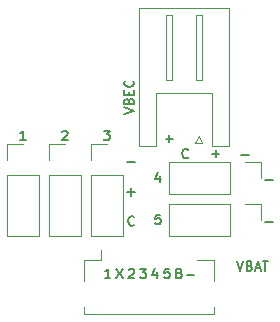
<source format=gbr>
%TF.GenerationSoftware,KiCad,Pcbnew,(5.1.9)-1*%
%TF.CreationDate,2021-08-13T14:48:15+01:00*%
%TF.ProjectId,5-servos,352d7365-7276-46f7-932e-6b696361645f,rev?*%
%TF.SameCoordinates,Original*%
%TF.FileFunction,Legend,Top*%
%TF.FilePolarity,Positive*%
%FSLAX46Y46*%
G04 Gerber Fmt 4.6, Leading zero omitted, Abs format (unit mm)*
G04 Created by KiCad (PCBNEW (5.1.9)-1) date 2021-08-13 14:48:15*
%MOMM*%
%LPD*%
G01*
G04 APERTURE LIST*
%ADD10C,0.153000*%
%ADD11C,0.120000*%
G04 APERTURE END LIST*
D10*
X168344904Y-146716571D02*
X169144904Y-146449904D01*
X168344904Y-146183238D01*
X168725857Y-145649904D02*
X168763952Y-145535619D01*
X168802047Y-145497523D01*
X168878238Y-145459428D01*
X168992523Y-145459428D01*
X169068714Y-145497523D01*
X169106809Y-145535619D01*
X169144904Y-145611809D01*
X169144904Y-145916571D01*
X168344904Y-145916571D01*
X168344904Y-145649904D01*
X168383000Y-145573714D01*
X168421095Y-145535619D01*
X168497285Y-145497523D01*
X168573476Y-145497523D01*
X168649666Y-145535619D01*
X168687761Y-145573714D01*
X168725857Y-145649904D01*
X168725857Y-145916571D01*
X168725857Y-145116571D02*
X168725857Y-144849904D01*
X169144904Y-144735619D02*
X169144904Y-145116571D01*
X168344904Y-145116571D01*
X168344904Y-144735619D01*
X169068714Y-143935619D02*
X169106809Y-143973714D01*
X169144904Y-144088000D01*
X169144904Y-144164190D01*
X169106809Y-144278476D01*
X169030619Y-144354666D01*
X168954428Y-144392761D01*
X168802047Y-144430857D01*
X168687761Y-144430857D01*
X168535380Y-144392761D01*
X168459190Y-144354666D01*
X168383000Y-144278476D01*
X168344904Y-144164190D01*
X168344904Y-144088000D01*
X168383000Y-143973714D01*
X168421095Y-143935619D01*
X177882714Y-159200904D02*
X178149380Y-160000904D01*
X178416047Y-159200904D01*
X178949380Y-159581857D02*
X179063666Y-159619952D01*
X179101761Y-159658047D01*
X179139857Y-159734238D01*
X179139857Y-159848523D01*
X179101761Y-159924714D01*
X179063666Y-159962809D01*
X178987476Y-160000904D01*
X178682714Y-160000904D01*
X178682714Y-159200904D01*
X178949380Y-159200904D01*
X179025571Y-159239000D01*
X179063666Y-159277095D01*
X179101761Y-159353285D01*
X179101761Y-159429476D01*
X179063666Y-159505666D01*
X179025571Y-159543761D01*
X178949380Y-159581857D01*
X178682714Y-159581857D01*
X179444619Y-159772333D02*
X179825571Y-159772333D01*
X179368428Y-160000904D02*
X179635095Y-159200904D01*
X179901761Y-160000904D01*
X180054142Y-159200904D02*
X180511285Y-159200904D01*
X180282714Y-160000904D02*
X180282714Y-159200904D01*
X173659838Y-160331142D02*
X174269361Y-160331142D01*
X173016626Y-160216857D02*
X173130912Y-160254952D01*
X173169007Y-160293047D01*
X173207103Y-160369238D01*
X173207103Y-160483523D01*
X173169007Y-160559714D01*
X173130912Y-160597809D01*
X173054722Y-160635904D01*
X172749960Y-160635904D01*
X172749960Y-159835904D01*
X173016626Y-159835904D01*
X173092817Y-159874000D01*
X173130912Y-159912095D01*
X173169007Y-159988285D01*
X173169007Y-160064476D01*
X173130912Y-160140666D01*
X173092817Y-160178761D01*
X173016626Y-160216857D01*
X172749960Y-160216857D01*
X167667247Y-159835904D02*
X168200580Y-160635904D01*
X168200580Y-159835904D02*
X167667247Y-160635904D01*
X172144846Y-159835904D02*
X171763893Y-159835904D01*
X171725798Y-160216857D01*
X171763893Y-160178761D01*
X171840084Y-160140666D01*
X172030560Y-160140666D01*
X172106750Y-160178761D01*
X172144846Y-160216857D01*
X172182941Y-160293047D01*
X172182941Y-160483523D01*
X172144846Y-160559714D01*
X172106750Y-160597809D01*
X172030560Y-160635904D01*
X171840084Y-160635904D01*
X171763893Y-160597809D01*
X171725798Y-160559714D01*
X171101636Y-160102571D02*
X171101636Y-160635904D01*
X170911160Y-159797809D02*
X170720684Y-160369238D01*
X171215922Y-160369238D01*
X168710456Y-159912095D02*
X168748551Y-159874000D01*
X168824742Y-159835904D01*
X169015218Y-159835904D01*
X169091408Y-159874000D01*
X169129504Y-159912095D01*
X169167599Y-159988285D01*
X169167599Y-160064476D01*
X169129504Y-160178761D01*
X168672361Y-160635904D01*
X169167599Y-160635904D01*
X167157371Y-160635904D02*
X166700228Y-160635904D01*
X166928800Y-160635904D02*
X166928800Y-159835904D01*
X166852609Y-159950190D01*
X166776419Y-160026380D01*
X166700228Y-160064476D01*
X169677475Y-159835904D02*
X170172713Y-159835904D01*
X169906046Y-160140666D01*
X170020332Y-160140666D01*
X170096522Y-160178761D01*
X170134618Y-160216857D01*
X170172713Y-160293047D01*
X170172713Y-160483523D01*
X170134618Y-160559714D01*
X170096522Y-160597809D01*
X170020332Y-160635904D01*
X169791761Y-160635904D01*
X169715570Y-160597809D01*
X169677475Y-160559714D01*
X166611333Y-148151904D02*
X167106571Y-148151904D01*
X166839904Y-148456666D01*
X166954190Y-148456666D01*
X167030380Y-148494761D01*
X167068476Y-148532857D01*
X167106571Y-148609047D01*
X167106571Y-148799523D01*
X167068476Y-148875714D01*
X167030380Y-148913809D01*
X166954190Y-148951904D01*
X166725619Y-148951904D01*
X166649428Y-148913809D01*
X166611333Y-148875714D01*
X163093428Y-148228095D02*
X163131523Y-148190000D01*
X163207714Y-148151904D01*
X163398190Y-148151904D01*
X163474380Y-148190000D01*
X163512476Y-148228095D01*
X163550571Y-148304285D01*
X163550571Y-148380476D01*
X163512476Y-148494761D01*
X163055333Y-148951904D01*
X163550571Y-148951904D01*
X159994571Y-148951904D02*
X159537428Y-148951904D01*
X159766000Y-148951904D02*
X159766000Y-148151904D01*
X159689809Y-148266190D01*
X159613619Y-148342380D01*
X159537428Y-148380476D01*
X173729619Y-150399714D02*
X173691523Y-150437809D01*
X173577238Y-150475904D01*
X173501047Y-150475904D01*
X173386761Y-150437809D01*
X173310571Y-150361619D01*
X173272476Y-150285428D01*
X173234380Y-150133047D01*
X173234380Y-150018761D01*
X173272476Y-149866380D01*
X173310571Y-149790190D01*
X173386761Y-149714000D01*
X173501047Y-149675904D01*
X173577238Y-149675904D01*
X173691523Y-149714000D01*
X173729619Y-149752095D01*
X171348380Y-151974571D02*
X171348380Y-152507904D01*
X171157904Y-151669809D02*
X170967428Y-152241238D01*
X171462666Y-152241238D01*
X171386476Y-155263904D02*
X171005523Y-155263904D01*
X170967428Y-155644857D01*
X171005523Y-155606761D01*
X171081714Y-155568666D01*
X171272190Y-155568666D01*
X171348380Y-155606761D01*
X171386476Y-155644857D01*
X171424571Y-155721047D01*
X171424571Y-155911523D01*
X171386476Y-155987714D01*
X171348380Y-156025809D01*
X171272190Y-156063904D01*
X171081714Y-156063904D01*
X171005523Y-156025809D01*
X170967428Y-155987714D01*
X169157619Y-156114714D02*
X169119523Y-156152809D01*
X169005238Y-156190904D01*
X168929047Y-156190904D01*
X168814761Y-156152809D01*
X168738571Y-156076619D01*
X168700476Y-156000428D01*
X168662380Y-155848047D01*
X168662380Y-155733761D01*
X168700476Y-155581380D01*
X168738571Y-155505190D01*
X168814761Y-155429000D01*
X168929047Y-155390904D01*
X169005238Y-155390904D01*
X169119523Y-155429000D01*
X169157619Y-155467095D01*
X180289238Y-155886142D02*
X180898761Y-155886142D01*
X180289238Y-152330142D02*
X180898761Y-152330142D01*
X178257238Y-150171142D02*
X178866761Y-150171142D01*
X176079142Y-150418761D02*
X176079142Y-149809238D01*
X176383904Y-150114000D02*
X175774380Y-150114000D01*
X168605238Y-150806142D02*
X169214761Y-150806142D01*
X168605238Y-153346142D02*
X169214761Y-153346142D01*
X168910000Y-153650904D02*
X168910000Y-153041380D01*
X172142142Y-149148761D02*
X172142142Y-148539238D01*
X172446904Y-148844000D02*
X171837380Y-148844000D01*
D11*
%TO.C,J1*%
X175944000Y-163638000D02*
X175944000Y-163088000D01*
X164924000Y-163638000D02*
X175944000Y-163638000D01*
X164924000Y-163088000D02*
X164924000Y-163638000D01*
X175944000Y-159118000D02*
X174494000Y-159118000D01*
X175944000Y-160868000D02*
X175944000Y-159118000D01*
X166374000Y-159118000D02*
X166374000Y-158228000D01*
X164924000Y-159118000D02*
X166374000Y-159118000D01*
X164924000Y-160868000D02*
X164924000Y-159118000D01*
%TO.C,J10*%
X158436000Y-149292000D02*
X159766000Y-149292000D01*
X158436000Y-150622000D02*
X158436000Y-149292000D01*
X158436000Y-151892000D02*
X161096000Y-151892000D01*
X161096000Y-151892000D02*
X161096000Y-157032000D01*
X158436000Y-151892000D02*
X158436000Y-157032000D01*
X158436000Y-157032000D02*
X161096000Y-157032000D01*
%TO.C,J5*%
X161992000Y-149292000D02*
X163322000Y-149292000D01*
X161992000Y-150622000D02*
X161992000Y-149292000D01*
X161992000Y-151892000D02*
X164652000Y-151892000D01*
X164652000Y-151892000D02*
X164652000Y-157032000D01*
X161992000Y-151892000D02*
X161992000Y-157032000D01*
X161992000Y-157032000D02*
X164652000Y-157032000D01*
%TO.C,J4*%
X165548000Y-149292000D02*
X166878000Y-149292000D01*
X165548000Y-150622000D02*
X165548000Y-149292000D01*
X165548000Y-151892000D02*
X168208000Y-151892000D01*
X168208000Y-151892000D02*
X168208000Y-157032000D01*
X165548000Y-151892000D02*
X165548000Y-157032000D01*
X165548000Y-157032000D02*
X168208000Y-157032000D01*
%TO.C,J3*%
X179892000Y-150816000D02*
X179892000Y-152146000D01*
X178562000Y-150816000D02*
X179892000Y-150816000D01*
X177292000Y-150816000D02*
X177292000Y-153476000D01*
X177292000Y-153476000D02*
X172152000Y-153476000D01*
X177292000Y-150816000D02*
X172152000Y-150816000D01*
X172152000Y-150816000D02*
X172152000Y-153476000D01*
%TO.C,J2*%
X179892000Y-154372000D02*
X179892000Y-155702000D01*
X178562000Y-154372000D02*
X179892000Y-154372000D01*
X177292000Y-154372000D02*
X177292000Y-157032000D01*
X177292000Y-157032000D02*
X172152000Y-157032000D01*
X177292000Y-154372000D02*
X172152000Y-154372000D01*
X172152000Y-154372000D02*
X172152000Y-157032000D01*
%TO.C,J6*%
X173375000Y-137756000D02*
X177185000Y-137756000D01*
X177185000Y-137756000D02*
X177185000Y-149476000D01*
X177185000Y-149476000D02*
X175765000Y-149476000D01*
X175765000Y-149476000D02*
X175765000Y-144976000D01*
X175765000Y-144976000D02*
X173375000Y-144976000D01*
X173375000Y-137756000D02*
X169565000Y-137756000D01*
X169565000Y-137756000D02*
X169565000Y-149476000D01*
X169565000Y-149476000D02*
X170985000Y-149476000D01*
X170985000Y-149476000D02*
X170985000Y-144976000D01*
X170985000Y-144976000D02*
X173375000Y-144976000D01*
X174875000Y-143866000D02*
X174875000Y-138366000D01*
X174875000Y-138366000D02*
X174375000Y-138366000D01*
X174375000Y-138366000D02*
X174375000Y-143866000D01*
X174375000Y-143866000D02*
X174875000Y-143866000D01*
X172375000Y-143866000D02*
X172375000Y-138366000D01*
X172375000Y-138366000D02*
X171875000Y-138366000D01*
X171875000Y-138366000D02*
X171875000Y-143866000D01*
X171875000Y-143866000D02*
X172375000Y-143866000D01*
X174625000Y-148566000D02*
X174925000Y-149166000D01*
X174925000Y-149166000D02*
X174325000Y-149166000D01*
X174325000Y-149166000D02*
X174625000Y-148566000D01*
%TD*%
M02*

</source>
